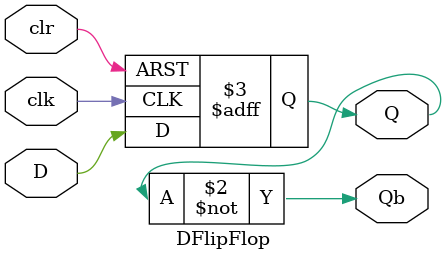
<source format=v>
`timescale 1ns / 1ps


module DFlipFlop(output reg Q, output Qb, input D, clk, clr);
    always @(posedge clk or posedge clr)  
        if (clr)  
            Q <= 1'b0;  
        else  
            Q <= D;  
    assign Qb = ~Q;
endmodule


</source>
